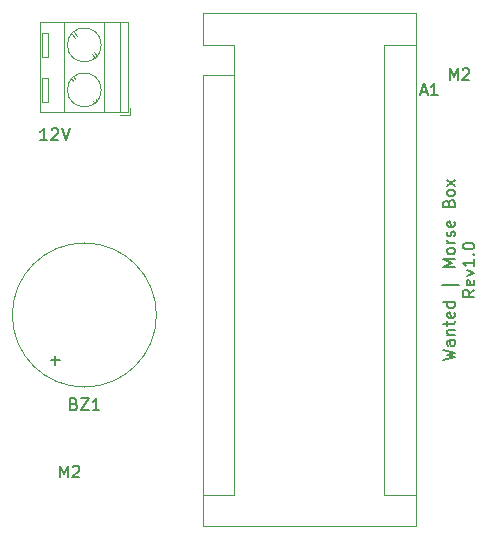
<source format=gbr>
%TF.GenerationSoftware,KiCad,Pcbnew,5.1.9+dfsg1-1*%
%TF.CreationDate,2021-09-21T21:20:37+00:00*%
%TF.ProjectId,wanted_morse,77616e74-6564-45f6-9d6f-7273652e6b69,rev?*%
%TF.SameCoordinates,Original*%
%TF.FileFunction,Legend,Top*%
%TF.FilePolarity,Positive*%
%FSLAX46Y46*%
G04 Gerber Fmt 4.6, Leading zero omitted, Abs format (unit mm)*
G04 Created by KiCad (PCBNEW 5.1.9+dfsg1-1) date 2021-09-21 21:20:37*
%MOMM*%
%LPD*%
G01*
G04 APERTURE LIST*
%ADD10C,0.150000*%
%ADD11C,0.120000*%
G04 APERTURE END LIST*
D10*
X157377380Y-71142857D02*
X158377380Y-70904761D01*
X157663095Y-70714285D01*
X158377380Y-70523809D01*
X157377380Y-70285714D01*
X158377380Y-69476190D02*
X157853571Y-69476190D01*
X157758333Y-69523809D01*
X157710714Y-69619047D01*
X157710714Y-69809523D01*
X157758333Y-69904761D01*
X158329761Y-69476190D02*
X158377380Y-69571428D01*
X158377380Y-69809523D01*
X158329761Y-69904761D01*
X158234523Y-69952380D01*
X158139285Y-69952380D01*
X158044047Y-69904761D01*
X157996428Y-69809523D01*
X157996428Y-69571428D01*
X157948809Y-69476190D01*
X157710714Y-69000000D02*
X158377380Y-69000000D01*
X157805952Y-69000000D02*
X157758333Y-68952380D01*
X157710714Y-68857142D01*
X157710714Y-68714285D01*
X157758333Y-68619047D01*
X157853571Y-68571428D01*
X158377380Y-68571428D01*
X157710714Y-68238095D02*
X157710714Y-67857142D01*
X157377380Y-68095238D02*
X158234523Y-68095238D01*
X158329761Y-68047619D01*
X158377380Y-67952380D01*
X158377380Y-67857142D01*
X158329761Y-67142857D02*
X158377380Y-67238095D01*
X158377380Y-67428571D01*
X158329761Y-67523809D01*
X158234523Y-67571428D01*
X157853571Y-67571428D01*
X157758333Y-67523809D01*
X157710714Y-67428571D01*
X157710714Y-67238095D01*
X157758333Y-67142857D01*
X157853571Y-67095238D01*
X157948809Y-67095238D01*
X158044047Y-67571428D01*
X158377380Y-66238095D02*
X157377380Y-66238095D01*
X158329761Y-66238095D02*
X158377380Y-66333333D01*
X158377380Y-66523809D01*
X158329761Y-66619047D01*
X158282142Y-66666666D01*
X158186904Y-66714285D01*
X157901190Y-66714285D01*
X157805952Y-66666666D01*
X157758333Y-66619047D01*
X157710714Y-66523809D01*
X157710714Y-66333333D01*
X157758333Y-66238095D01*
X158710714Y-64761904D02*
X157282142Y-64761904D01*
X158377380Y-63285714D02*
X157377380Y-63285714D01*
X158091666Y-62952380D01*
X157377380Y-62619047D01*
X158377380Y-62619047D01*
X158377380Y-62000000D02*
X158329761Y-62095238D01*
X158282142Y-62142857D01*
X158186904Y-62190476D01*
X157901190Y-62190476D01*
X157805952Y-62142857D01*
X157758333Y-62095238D01*
X157710714Y-62000000D01*
X157710714Y-61857142D01*
X157758333Y-61761904D01*
X157805952Y-61714285D01*
X157901190Y-61666666D01*
X158186904Y-61666666D01*
X158282142Y-61714285D01*
X158329761Y-61761904D01*
X158377380Y-61857142D01*
X158377380Y-62000000D01*
X158377380Y-61238095D02*
X157710714Y-61238095D01*
X157901190Y-61238095D02*
X157805952Y-61190476D01*
X157758333Y-61142857D01*
X157710714Y-61047619D01*
X157710714Y-60952380D01*
X158329761Y-60666666D02*
X158377380Y-60571428D01*
X158377380Y-60380952D01*
X158329761Y-60285714D01*
X158234523Y-60238095D01*
X158186904Y-60238095D01*
X158091666Y-60285714D01*
X158044047Y-60380952D01*
X158044047Y-60523809D01*
X157996428Y-60619047D01*
X157901190Y-60666666D01*
X157853571Y-60666666D01*
X157758333Y-60619047D01*
X157710714Y-60523809D01*
X157710714Y-60380952D01*
X157758333Y-60285714D01*
X158329761Y-59428571D02*
X158377380Y-59523809D01*
X158377380Y-59714285D01*
X158329761Y-59809523D01*
X158234523Y-59857142D01*
X157853571Y-59857142D01*
X157758333Y-59809523D01*
X157710714Y-59714285D01*
X157710714Y-59523809D01*
X157758333Y-59428571D01*
X157853571Y-59380952D01*
X157948809Y-59380952D01*
X158044047Y-59857142D01*
X157853571Y-57857142D02*
X157901190Y-57714285D01*
X157948809Y-57666666D01*
X158044047Y-57619047D01*
X158186904Y-57619047D01*
X158282142Y-57666666D01*
X158329761Y-57714285D01*
X158377380Y-57809523D01*
X158377380Y-58190476D01*
X157377380Y-58190476D01*
X157377380Y-57857142D01*
X157425000Y-57761904D01*
X157472619Y-57714285D01*
X157567857Y-57666666D01*
X157663095Y-57666666D01*
X157758333Y-57714285D01*
X157805952Y-57761904D01*
X157853571Y-57857142D01*
X157853571Y-58190476D01*
X158377380Y-57047619D02*
X158329761Y-57142857D01*
X158282142Y-57190476D01*
X158186904Y-57238095D01*
X157901190Y-57238095D01*
X157805952Y-57190476D01*
X157758333Y-57142857D01*
X157710714Y-57047619D01*
X157710714Y-56904761D01*
X157758333Y-56809523D01*
X157805952Y-56761904D01*
X157901190Y-56714285D01*
X158186904Y-56714285D01*
X158282142Y-56761904D01*
X158329761Y-56809523D01*
X158377380Y-56904761D01*
X158377380Y-57047619D01*
X158377380Y-56380952D02*
X157710714Y-55857142D01*
X157710714Y-56380952D02*
X158377380Y-55857142D01*
X160027380Y-65190476D02*
X159551190Y-65523809D01*
X160027380Y-65761904D02*
X159027380Y-65761904D01*
X159027380Y-65380952D01*
X159075000Y-65285714D01*
X159122619Y-65238095D01*
X159217857Y-65190476D01*
X159360714Y-65190476D01*
X159455952Y-65238095D01*
X159503571Y-65285714D01*
X159551190Y-65380952D01*
X159551190Y-65761904D01*
X159979761Y-64380952D02*
X160027380Y-64476190D01*
X160027380Y-64666666D01*
X159979761Y-64761904D01*
X159884523Y-64809523D01*
X159503571Y-64809523D01*
X159408333Y-64761904D01*
X159360714Y-64666666D01*
X159360714Y-64476190D01*
X159408333Y-64380952D01*
X159503571Y-64333333D01*
X159598809Y-64333333D01*
X159694047Y-64809523D01*
X159360714Y-64000000D02*
X160027380Y-63761904D01*
X159360714Y-63523809D01*
X160027380Y-62619047D02*
X160027380Y-63190476D01*
X160027380Y-62904761D02*
X159027380Y-62904761D01*
X159170238Y-63000000D01*
X159265476Y-63095238D01*
X159313095Y-63190476D01*
X159932142Y-62190476D02*
X159979761Y-62142857D01*
X160027380Y-62190476D01*
X159979761Y-62238095D01*
X159932142Y-62190476D01*
X160027380Y-62190476D01*
X159027380Y-61523809D02*
X159027380Y-61428571D01*
X159075000Y-61333333D01*
X159122619Y-61285714D01*
X159217857Y-61238095D01*
X159408333Y-61190476D01*
X159646428Y-61190476D01*
X159836904Y-61238095D01*
X159932142Y-61285714D01*
X159979761Y-61333333D01*
X160027380Y-61428571D01*
X160027380Y-61523809D01*
X159979761Y-61619047D01*
X159932142Y-61666666D01*
X159836904Y-61714285D01*
X159646428Y-61761904D01*
X159408333Y-61761904D01*
X159217857Y-61714285D01*
X159122619Y-61666666D01*
X159075000Y-61619047D01*
X159027380Y-61523809D01*
D11*
%TO.C,12V*%
X128430000Y-48260000D02*
G75*
G03*
X128430000Y-48260000I-1430000J0D01*
G01*
X128430000Y-44450000D02*
G75*
G03*
X128430000Y-44450000I-1430000J0D01*
G01*
X130000000Y-50170000D02*
X130000000Y-42540000D01*
X128701000Y-50170000D02*
X128701000Y-42540000D01*
X125300000Y-50170000D02*
X125300000Y-42540000D01*
X123240000Y-50170000D02*
X123240000Y-42540000D01*
X130660000Y-50170000D02*
X130660000Y-42540000D01*
X123240000Y-50170000D02*
X130660000Y-50170000D01*
X123240000Y-42540000D02*
X130660000Y-42540000D01*
X126090000Y-47175000D02*
X126229000Y-47315000D01*
X127945000Y-49031000D02*
X128085000Y-49171000D01*
X125915000Y-47349000D02*
X126055000Y-47489000D01*
X127771000Y-49206000D02*
X127910000Y-49345000D01*
X123400000Y-49260000D02*
X123400000Y-47260000D01*
X123900000Y-49260000D02*
X123900000Y-47260000D01*
X123400000Y-49260000D02*
X123900000Y-49260000D01*
X123400000Y-47260000D02*
X123900000Y-47260000D01*
X126090000Y-43365000D02*
X126389000Y-43664000D01*
X127786000Y-45060000D02*
X128085000Y-45360000D01*
X125915000Y-43539000D02*
X126214000Y-43839000D01*
X127611000Y-45235000D02*
X127910000Y-45534000D01*
X123400000Y-45450000D02*
X123400000Y-43450000D01*
X123900000Y-45450000D02*
X123900000Y-43450000D01*
X123400000Y-45450000D02*
X123900000Y-45450000D01*
X123400000Y-43450000D02*
X123900000Y-43450000D01*
X130060000Y-50410000D02*
X130900000Y-50410000D01*
X130900000Y-50410000D02*
X130900000Y-49810000D01*
%TO.C,BZ1*%
X133100000Y-67320000D02*
G75*
G03*
X133100000Y-67320000I-6100000J0D01*
G01*
%TO.C,A1*%
X139700000Y-46990000D02*
X139700000Y-44450000D01*
X139700000Y-44450000D02*
X137030000Y-44450000D01*
X137030000Y-46990000D02*
X137030000Y-85220000D01*
X137030000Y-41780000D02*
X137030000Y-44450000D01*
X152400000Y-44450000D02*
X155070000Y-44450000D01*
X152400000Y-44450000D02*
X152400000Y-82550000D01*
X152400000Y-82550000D02*
X155070000Y-82550000D01*
X139700000Y-46990000D02*
X137030000Y-46990000D01*
X139700000Y-46990000D02*
X139700000Y-82550000D01*
X139700000Y-82550000D02*
X137030000Y-82550000D01*
X137030000Y-85220000D02*
X155070000Y-85220000D01*
X155070000Y-85220000D02*
X155070000Y-41780000D01*
X155070000Y-41780000D02*
X137030000Y-41780000D01*
%TO.C,M2*%
D10*
X157940476Y-47442380D02*
X157940476Y-46442380D01*
X158273809Y-47156666D01*
X158607142Y-46442380D01*
X158607142Y-47442380D01*
X159035714Y-46537619D02*
X159083333Y-46490000D01*
X159178571Y-46442380D01*
X159416666Y-46442380D01*
X159511904Y-46490000D01*
X159559523Y-46537619D01*
X159607142Y-46632857D01*
X159607142Y-46728095D01*
X159559523Y-46870952D01*
X158988095Y-47442380D01*
X159607142Y-47442380D01*
X124920476Y-81072380D02*
X124920476Y-80072380D01*
X125253809Y-80786666D01*
X125587142Y-80072380D01*
X125587142Y-81072380D01*
X126015714Y-80167619D02*
X126063333Y-80120000D01*
X126158571Y-80072380D01*
X126396666Y-80072380D01*
X126491904Y-80120000D01*
X126539523Y-80167619D01*
X126587142Y-80262857D01*
X126587142Y-80358095D01*
X126539523Y-80500952D01*
X125968095Y-81072380D01*
X126587142Y-81072380D01*
%TO.C,12V*%
X123840952Y-52522380D02*
X123269523Y-52522380D01*
X123555238Y-52522380D02*
X123555238Y-51522380D01*
X123460000Y-51665238D01*
X123364761Y-51760476D01*
X123269523Y-51808095D01*
X124221904Y-51617619D02*
X124269523Y-51570000D01*
X124364761Y-51522380D01*
X124602857Y-51522380D01*
X124698095Y-51570000D01*
X124745714Y-51617619D01*
X124793333Y-51712857D01*
X124793333Y-51808095D01*
X124745714Y-51950952D01*
X124174285Y-52522380D01*
X124793333Y-52522380D01*
X125079047Y-51522380D02*
X125412380Y-52522380D01*
X125745714Y-51522380D01*
%TO.C,BZ1*%
X126119047Y-74858571D02*
X126261904Y-74906190D01*
X126309523Y-74953809D01*
X126357142Y-75049047D01*
X126357142Y-75191904D01*
X126309523Y-75287142D01*
X126261904Y-75334761D01*
X126166666Y-75382380D01*
X125785714Y-75382380D01*
X125785714Y-74382380D01*
X126119047Y-74382380D01*
X126214285Y-74430000D01*
X126261904Y-74477619D01*
X126309523Y-74572857D01*
X126309523Y-74668095D01*
X126261904Y-74763333D01*
X126214285Y-74810952D01*
X126119047Y-74858571D01*
X125785714Y-74858571D01*
X126690476Y-74382380D02*
X127357142Y-74382380D01*
X126690476Y-75382380D01*
X127357142Y-75382380D01*
X128261904Y-75382380D02*
X127690476Y-75382380D01*
X127976190Y-75382380D02*
X127976190Y-74382380D01*
X127880952Y-74525238D01*
X127785714Y-74620476D01*
X127690476Y-74668095D01*
X124531428Y-71510952D02*
X124531428Y-70749047D01*
X124912380Y-71130000D02*
X124150476Y-71130000D01*
%TO.C,A1*%
X155495714Y-48426666D02*
X155971904Y-48426666D01*
X155400476Y-48712380D02*
X155733809Y-47712380D01*
X156067142Y-48712380D01*
X156924285Y-48712380D02*
X156352857Y-48712380D01*
X156638571Y-48712380D02*
X156638571Y-47712380D01*
X156543333Y-47855238D01*
X156448095Y-47950476D01*
X156352857Y-47998095D01*
%TD*%
M02*

</source>
